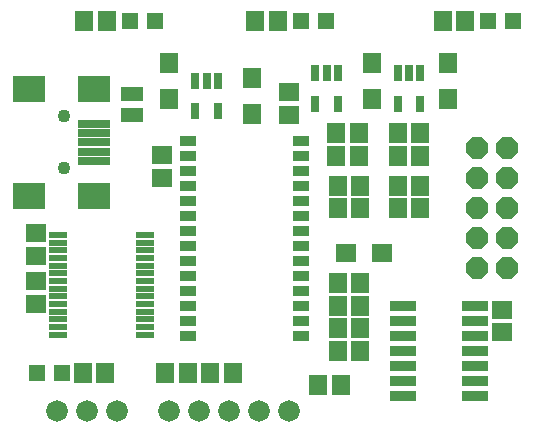
<source format=gts>
G75*
G70*
%OFA0B0*%
%FSLAX24Y24*%
%IPPOS*%
%LPD*%
%AMOC8*
5,1,8,0,0,1.08239X$1,22.5*
%
%ADD10R,0.0592X0.0671*%
%ADD11R,0.0552X0.0552*%
%ADD12R,0.0592X0.0710*%
%ADD13R,0.0580X0.0380*%
%ADD14R,0.0671X0.0592*%
%ADD15R,0.0710X0.0631*%
%ADD16R,0.0631X0.0710*%
%ADD17R,0.0710X0.0592*%
%ADD18R,0.0630X0.0217*%
%ADD19R,0.1064X0.0277*%
%ADD20R,0.1064X0.0867*%
%ADD21C,0.0434*%
%ADD22R,0.0297X0.0552*%
%ADD23R,0.0781X0.0482*%
%ADD24R,0.0880X0.0340*%
%ADD25C,0.0720*%
%ADD26OC8,0.0720*%
D10*
X007683Y006789D03*
X008431Y006789D03*
X009183Y006789D03*
X009931Y006789D03*
X012783Y006389D03*
X013531Y006389D03*
X013433Y007539D03*
X014181Y007539D03*
X014181Y008289D03*
X013433Y008289D03*
X013433Y009039D03*
X014181Y009039D03*
X014181Y009789D03*
X013433Y009789D03*
D11*
X013020Y018539D03*
X012193Y018539D03*
X007320Y018539D03*
X006493Y018539D03*
X018443Y018539D03*
X019270Y018539D03*
X004220Y006789D03*
X003393Y006789D03*
D12*
X004933Y006789D03*
X005681Y006789D03*
X013433Y012289D03*
X014181Y012289D03*
X014181Y013039D03*
X013433Y013039D03*
X013383Y014039D03*
X014131Y014039D03*
X014131Y014789D03*
X013383Y014789D03*
X015433Y014789D03*
X016181Y014789D03*
X016181Y014039D03*
X015433Y014039D03*
X015433Y013039D03*
X016181Y013039D03*
X016181Y012289D03*
X015433Y012289D03*
X016933Y018539D03*
X017681Y018539D03*
X011431Y018539D03*
X010683Y018539D03*
X005731Y018539D03*
X004983Y018539D03*
D13*
X008425Y014539D03*
X008425Y014039D03*
X008425Y013539D03*
X008425Y013039D03*
X008425Y012539D03*
X008425Y012039D03*
X008425Y011539D03*
X008425Y011039D03*
X008425Y010539D03*
X008425Y010039D03*
X008425Y009539D03*
X008425Y009039D03*
X008425Y008539D03*
X008425Y008039D03*
X012188Y008039D03*
X012188Y008539D03*
X012188Y009039D03*
X012188Y009539D03*
X012188Y010039D03*
X012188Y010539D03*
X012188Y011039D03*
X012188Y011539D03*
X012188Y012039D03*
X012188Y012539D03*
X012188Y013039D03*
X012188Y013539D03*
X012188Y014039D03*
X012188Y014539D03*
D14*
X011807Y015415D03*
X011807Y016163D03*
X018907Y008913D03*
X018907Y008165D03*
X003357Y009115D03*
X003357Y009863D03*
X003357Y010715D03*
X003357Y011463D03*
D15*
X013716Y010789D03*
X014897Y010789D03*
D16*
X010557Y015448D03*
X010557Y016629D03*
X007807Y017129D03*
X007807Y015948D03*
X014557Y015948D03*
X014557Y017129D03*
X017107Y017129D03*
X017107Y015948D03*
D17*
X007557Y014063D03*
X007557Y013315D03*
D18*
X006996Y011402D03*
X006996Y011146D03*
X006996Y010890D03*
X006996Y010634D03*
X006996Y010378D03*
X006996Y010122D03*
X006996Y009867D03*
X006996Y009611D03*
X006996Y009355D03*
X006996Y009099D03*
X006996Y008843D03*
X006996Y008587D03*
X006996Y008331D03*
X006996Y008075D03*
X004117Y008075D03*
X004117Y008331D03*
X004117Y008587D03*
X004117Y008843D03*
X004117Y009099D03*
X004117Y009355D03*
X004117Y009611D03*
X004117Y009867D03*
X004117Y010122D03*
X004117Y010378D03*
X004117Y010634D03*
X004117Y010890D03*
X004117Y011146D03*
X004117Y011402D03*
D19*
X005291Y013859D03*
X005291Y014174D03*
X005291Y014489D03*
X005291Y014804D03*
X005291Y015119D03*
D20*
X005291Y016260D03*
X003125Y016260D03*
X003125Y012717D03*
X005291Y012717D03*
D21*
X004307Y013622D03*
X004307Y015355D03*
D22*
X008683Y015527D03*
X009431Y015527D03*
X009431Y016550D03*
X009057Y016550D03*
X008683Y016550D03*
X012683Y016800D03*
X013057Y016800D03*
X013431Y016800D03*
X013431Y015777D03*
X012683Y015777D03*
X015433Y015777D03*
X016181Y015777D03*
X016181Y016800D03*
X015807Y016800D03*
X015433Y016800D03*
D23*
X006557Y016089D03*
X006557Y015388D03*
D24*
X015597Y009039D03*
X015597Y008539D03*
X015597Y008039D03*
X015597Y007539D03*
X015597Y007039D03*
X015597Y006539D03*
X015597Y006039D03*
X018017Y006039D03*
X018017Y006539D03*
X018017Y007039D03*
X018017Y007539D03*
X018017Y008039D03*
X018017Y008539D03*
X018017Y009039D03*
D25*
X004057Y005539D03*
X005057Y005539D03*
X006057Y005539D03*
X007807Y005539D03*
X008807Y005539D03*
X009807Y005539D03*
X010807Y005539D03*
X011807Y005539D03*
D26*
X018057Y010289D03*
X018057Y011289D03*
X019057Y011289D03*
X019057Y010289D03*
X019057Y012289D03*
X019057Y013289D03*
X019057Y014289D03*
X018057Y014289D03*
X018057Y013289D03*
X018057Y012289D03*
M02*

</source>
